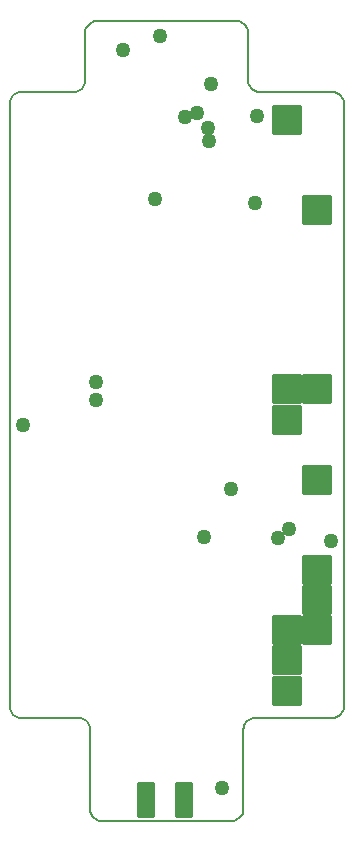
<source format=gbr>
G04 PROTEUS RS274X GERBER FILE*
%FSLAX45Y45*%
%MOMM*%
G01*
%ADD28C,1.270000*%
%AMPPAD031*
4,1,48,
-0.508000,-1.524000,
0.508000,-1.524000,
0.534400,-1.522720,
0.559930,-1.518950,
0.584490,-1.512800,
0.630220,-1.493870,
0.670650,-1.466840,
0.704840,-1.432640,
0.731860,-1.392220,
0.750800,-1.346490,
0.756950,-1.321930,
0.760720,-1.296400,
0.762000,-1.270000,
0.762000,1.270000,
0.760720,1.296400,
0.756950,1.321930,
0.750800,1.346490,
0.731860,1.392220,
0.704840,1.432640,
0.670650,1.466840,
0.630220,1.493870,
0.584490,1.512800,
0.559930,1.518950,
0.534400,1.522720,
0.508000,1.524000,
-0.508000,1.524000,
-0.534400,1.522720,
-0.559930,1.518950,
-0.584490,1.512800,
-0.630220,1.493870,
-0.670650,1.466840,
-0.704840,1.432640,
-0.731860,1.392220,
-0.750800,1.346490,
-0.756950,1.321930,
-0.760720,1.296400,
-0.762000,1.270000,
-0.762000,-1.270000,
-0.760720,-1.296400,
-0.756950,-1.321930,
-0.750800,-1.346490,
-0.731860,-1.392220,
-0.704840,-1.432640,
-0.670650,-1.466840,
-0.630220,-1.493870,
-0.584490,-1.512800,
-0.559930,-1.518950,
-0.534400,-1.522720,
-0.508000,-1.524000,
0*%
%ADD37PPAD031*%
%AMPPAD022*
4,1,48,
-1.016000,1.270000,
1.016000,1.270000,
1.042400,1.268720,
1.067930,1.264950,
1.092490,1.258800,
1.138220,1.239870,
1.178650,1.212840,
1.212840,1.178640,
1.239860,1.138220,
1.258800,1.092490,
1.264950,1.067930,
1.268720,1.042400,
1.270000,1.016000,
1.270000,-1.016000,
1.268720,-1.042400,
1.264950,-1.067930,
1.258800,-1.092490,
1.239860,-1.138220,
1.212840,-1.178640,
1.178650,-1.212840,
1.138220,-1.239870,
1.092490,-1.258800,
1.067930,-1.264950,
1.042400,-1.268720,
1.016000,-1.270000,
-1.016000,-1.270000,
-1.042400,-1.268720,
-1.067930,-1.264950,
-1.092490,-1.258800,
-1.138220,-1.239870,
-1.178650,-1.212840,
-1.212840,-1.178640,
-1.239860,-1.138220,
-1.258800,-1.092490,
-1.264950,-1.067930,
-1.268720,-1.042400,
-1.270000,-1.016000,
-1.270000,1.016000,
-1.268720,1.042400,
-1.264950,1.067930,
-1.258800,1.092490,
-1.239860,1.138220,
-1.212840,1.178640,
-1.178650,1.212840,
-1.138220,1.239870,
-1.092490,1.258800,
-1.067930,1.264950,
-1.042400,1.268720,
-1.016000,1.270000,
0*%
%ADD72PPAD022*%
%ADD23C,0.203200*%
D28*
X-19147Y+3187940D03*
X-331114Y+3072888D03*
X-559629Y+266235D03*
X-558031Y+107921D03*
X+510601Y-3178164D03*
X+585000Y-645000D03*
X+1075000Y-980000D03*
X+1433952Y-1081162D03*
X+411562Y+2783438D03*
X+980000Y-1060000D03*
X+353233Y-1047195D03*
X+300379Y+2540379D03*
X+805599Y+2511875D03*
X+396650Y+2300000D03*
X+393797Y+2409599D03*
X+195000Y+2505000D03*
X+788333Y+1781626D03*
X-61578Y+1815000D03*
X-1180000Y-100000D03*
D37*
X-133500Y-3273800D03*
X+184000Y-3273800D03*
D72*
X+1315000Y-570000D03*
X+1060000Y-60000D03*
X+1060000Y-2095000D03*
X+1060000Y-1840000D03*
X+1060000Y-2350000D03*
X+1060000Y+2480000D03*
X+1315000Y+1715000D03*
X+1060000Y+200000D03*
X+1315000Y+200000D03*
X+1315000Y-1585000D03*
X+1315000Y-1330000D03*
X+1315000Y-1840000D03*
D23*
X-610000Y-3352045D02*
X-608010Y-3372492D01*
X-602285Y-3391400D01*
X-581094Y-3423139D01*
X-549356Y-3444330D01*
X-530447Y-3450055D01*
X-510000Y-3452045D01*
X-610000Y-3352045D02*
X-610000Y-2682045D01*
X-611990Y-2661598D01*
X-617715Y-2642690D01*
X-638906Y-2610951D01*
X-670644Y-2589760D01*
X-689553Y-2584035D01*
X-710000Y-2582045D01*
X-1190000Y-2582045D01*
X-1290000Y-2482045D02*
X-1288010Y-2502492D01*
X-1282285Y-2521400D01*
X-1261094Y-2553139D01*
X-1229356Y-2574330D01*
X-1210447Y-2580055D01*
X-1190000Y-2582045D01*
X-1290000Y-2482045D02*
X-1290000Y+2617964D01*
X-1288010Y+2638411D01*
X-1282285Y+2657319D01*
X-1261094Y+2689058D01*
X-1229356Y+2710249D01*
X-1210447Y+2715974D01*
X-1190000Y+2717964D01*
X-750000Y+2717964D01*
X-650000Y+2817964D02*
X-651990Y+2797517D01*
X-657715Y+2778609D01*
X-678906Y+2746870D01*
X-710644Y+2725679D01*
X-729553Y+2719954D01*
X-750000Y+2717964D01*
X-650000Y+2817964D02*
X-650000Y+3218300D01*
X-648010Y+3238747D01*
X-642285Y+3257655D01*
X-621094Y+3289394D01*
X-589356Y+3310585D01*
X-570447Y+3316310D01*
X-550000Y+3318300D01*
X+630000Y+3318300D01*
X+730000Y+3218300D02*
X+728010Y+3238747D01*
X+722285Y+3257655D01*
X+701094Y+3289394D01*
X+669356Y+3310585D01*
X+650447Y+3316310D01*
X+630000Y+3318300D01*
X+730000Y+3218300D02*
X+730000Y+2817964D01*
X+731990Y+2797517D01*
X+737715Y+2778609D01*
X+758906Y+2746870D01*
X+790644Y+2725679D01*
X+809553Y+2719954D01*
X+830000Y+2717964D01*
X+1440000Y+2717964D01*
X+1540000Y+2617964D02*
X+1538010Y+2638411D01*
X+1532285Y+2657319D01*
X+1511094Y+2689058D01*
X+1479356Y+2710249D01*
X+1460447Y+2715974D01*
X+1440000Y+2717964D01*
X+1540000Y+2617964D02*
X+1540000Y-2482045D01*
X+1538010Y-2502492D01*
X+1532285Y-2521400D01*
X+1511094Y-2553139D01*
X+1479356Y-2574330D01*
X+1460447Y-2580055D01*
X+1440000Y-2582045D01*
X+790000Y-2582045D01*
X+690000Y-2682045D02*
X+691990Y-2661598D01*
X+697715Y-2642690D01*
X+718906Y-2610951D01*
X+750644Y-2589760D01*
X+769553Y-2584035D01*
X+790000Y-2582045D01*
X+690000Y-2682045D02*
X+690000Y-3352045D01*
X+688010Y-3372492D01*
X+682285Y-3391400D01*
X+661094Y-3423139D01*
X+629356Y-3444330D01*
X+610447Y-3450055D01*
X+590000Y-3452045D01*
X+302500Y-3452045D01*
X-222500Y-3452045D02*
X-510000Y-3452045D01*
X+302500Y-3452045D02*
X-222500Y-3452045D01*
M02*

</source>
